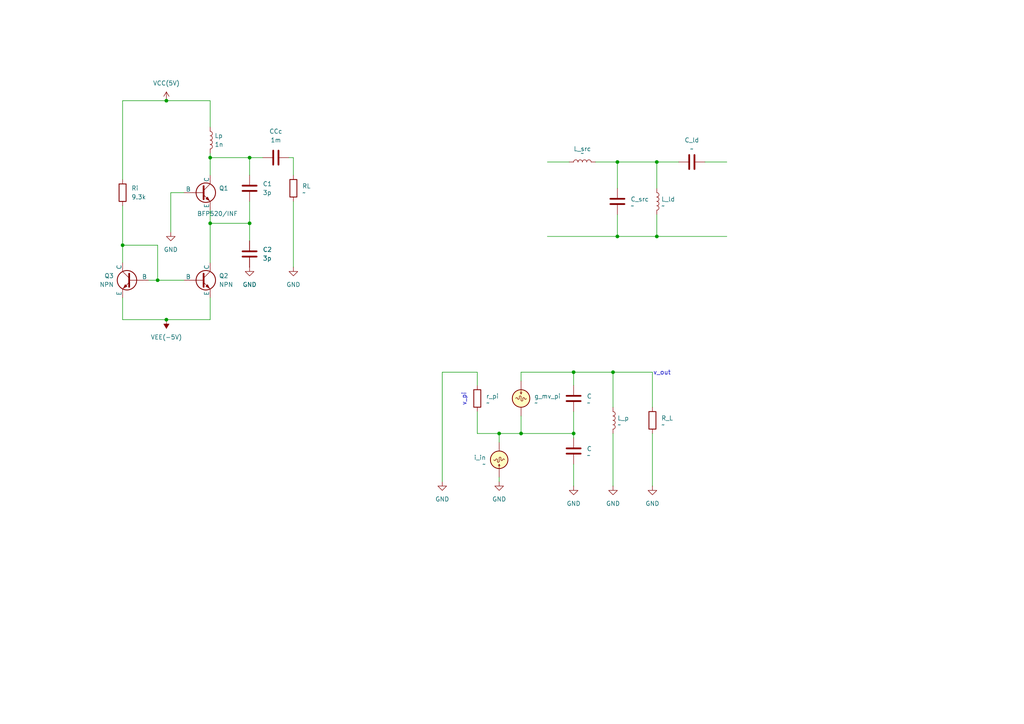
<source format=kicad_sch>
(kicad_sch (version 20231120) (generator "eeschema") (generator_version "8.0")
  (paper "A4")
  (lib_symbols
    (symbol "Device:C" (pin_numbers hide) (pin_names (offset 0.254))
      (property "Reference" "C" (at 0.635 2.54 0))
      (property "Value" "C" (at 0.635 -2.54 0))
      (symbol "C_0_1"
        (polyline (pts (xy -2.032 -0.762) (xy 2.032 -0.762)) (stroke (width 0.508)))
        (polyline (pts (xy -2.032 0.762) (xy 2.032 0.762)) (stroke (width 0.508)))
      )
      (symbol "C_1_1"
        (pin passive line (at 0 3.81 270) (length 2.794) (name "~") (number "1"))
        (pin passive line (at 0 -3.81 90) (length 2.794) (name "~") (number "2"))
      )
    )
    (symbol "Device:L" (pin_numbers hide) (pin_names (offset 1.016) hide)
      (property "Reference" "L" (at -1.27 0 90))
      (property "Value" "L" (at 1.905 0 90))
      (symbol "L_0_1"
        (arc (start 0 -2.54) (mid 0.6323 -1.905) (end 0 -1.27))
        (arc (start 0 -1.27) (mid 0.6323 -0.635) (end 0 0))
        (arc (start 0 0) (mid 0.6323 0.635) (end 0 1.27))
        (arc (start 0 1.27) (mid 0.6323 1.905) (end 0 2.54))
      )
      (symbol "L_1_1"
        (pin passive line (at 0 3.81 270) (length 1.27) (name "1") (number "1"))
        (pin passive line (at 0 -3.81 90) (length 1.27) (name "2") (number "2"))
      )
    )
    (symbol "Device:R" (pin_numbers hide) (pin_names (offset 0))
      (property "Reference" "R" (at 2.032 0 90))
      (property "Value" "R" (at 0 0 90))
      (symbol "R_0_1"
        (rectangle (start -1.016 -2.54) (end 1.016 2.54) (stroke (width 0.254)))
      )
      (symbol "R_1_1"
        (pin passive line (at 0 3.81 270) (length 1.27) (name "~") (number "1"))
        (pin passive line (at 0 -3.81 90) (length 1.27) (name "~") (number "2"))
      )
    )
    (symbol "Simulation_SPICE:IAM" (pin_numbers hide) (pin_names (offset 0.0254))
      (property "Reference" "I" (at 2.54 2.54 0))
      (property "Value" "IAM" (at 2.54 0 0))
      (property "Sim.Params" "type=\"I\" model=\"am(1 0 1k 100k 1n)\" lib=\"\"" (at 2.54 -2.54 0))
      (symbol "IAM_0_0"
        (arc (start 0 0.508) (mid -0.254 0.7609) (end -0.508 0.508))
      )
      (symbol "IAM_0_1"
        (arc (start -1.016 0) (mid -1.27 0.2529) (end -1.524 0))
        (arc (start -1.016 0) (mid -0.762 -0.2529) (end -0.508 0))
        (arc (start 0 -0.508) (mid 0.254 -0.7609) (end 0.508 -0.508))
        (polyline (pts (xy -0.508 0.508) (xy -0.508 0)))
        (polyline (pts (xy 0 0.508) (xy 0 -0.508)))
        (polyline (pts (xy 0 1.27) (xy 0 2.286)))
        (polyline (pts (xy 0.508 -0.508) (xy 0.508 0)))
        (polyline (pts (xy -0.254 1.778) (xy 0 1.27) (xy 0.254 1.778)))
        (circle (center 0 0) (radius 2.54) (stroke (width 0.254)) (fill (type background)))
        (arc (start 1.016 0) (mid 0.762 0.2529) (end 0.508 0))
        (arc (start 1.016 0) (mid 1.27 -0.2529) (end 1.524 0))
      )
      (symbol "IAM_1_1"
        (pin passive line (at 0 5.08 270) (length 2.54) (name "~") (number "1"))
        (pin passive line (at 0 -5.08 90) (length 2.54) (name "~") (number "2"))
      )
    )
    (symbol "Simulation_SPICE:NPN" (pin_numbers hide) (pin_names (offset 0))
      (property "Reference" "Q" (at -2.54 7.62 0))
      (property "Value" "NPN" (at -2.54 5.08 0))
      (symbol "NPN_0_1"
        (polyline (pts (xy -2.54 0) (xy 0.635 0)) (stroke (width 0.1524)))
        (polyline (pts (xy 0.635 0.635) (xy 2.54 2.54)))
        (polyline (pts (xy 2.794 -1.27) (xy 2.794 -1.27)) (stroke (width 0.1524)))
        (polyline (pts (xy 2.794 -1.27) (xy 2.794 -1.27)) (stroke (width 0.1524)))
        (polyline (pts (xy 0.635 -0.635) (xy 2.54 -2.54) (xy 2.54 -2.54)))
        (polyline (pts (xy 0.635 1.905) (xy 0.635 -1.905) (xy 0.635 -1.905)) (stroke (width 0.508)))
        (polyline (pts (xy 1.27 -1.778) (xy 1.778 -1.27) (xy 2.286 -2.286) (xy 1.27 -1.778) (xy 1.27 -1.778)) (fill (type outline)))
        (circle (center 1.27 0) (radius 2.8194) (stroke (width 0.254)))
      )
      (symbol "NPN_1_1"
        (pin open_collector line (at 2.54 5.08 270) (length 2.54) (name "C") (number "1"))
        (pin input line (at -5.08 0 0) (length 2.54) (name "B") (number "2"))
        (pin open_emitter line (at 2.54 -5.08 90) (length 2.54) (name "E") (number "3"))
      )
    )
    (symbol "power:GND" (power) (pin_numbers hide) (pin_names (offset 0) hide)
      (property "Value" "GND" (at 0 -3.81 0))
      (symbol "GND_0_1"
        (polyline (pts (xy 0 0) (xy 0 -1.27) (xy 1.27 -1.27) (xy 0 -2.54) (xy -1.27 -1.27) (xy 0 -1.27)))
      )
      (symbol "GND_1_1"
        (pin power_in line (at 0 0 270) (length 0) (name "~") (number "1"))
      )
    )
    (symbol "power:VCC" (power) (pin_numbers hide) (pin_names (offset 0) hide)
      (property "Value" "VCC" (at 0 3.556 0))
      (symbol "VCC_0_1"
        (polyline (pts (xy -0.762 1.27) (xy 0 2.54)))
        (polyline (pts (xy 0 0) (xy 0 2.54)))
        (polyline (pts (xy 0 2.54) (xy 0.762 1.27)))
      )
      (symbol "VCC_1_1"
        (pin power_in line (at 0 0 90) (length 0) (name "~") (number "1"))
      )
    )
    (symbol "power:VEE" (power) (pin_numbers hide) (pin_names (offset 0) hide)
      (property "Value" "VEE" (at 0 3.556 0))
      (symbol "VEE_0_1"
        (polyline (pts (xy 0 0) (xy 0 2.54)))
        (polyline (pts (xy 0.762 1.27) (xy -0.762 1.27) (xy 0 2.54) (xy 0.762 1.27)) (fill (type outline)))
      )
      (symbol "VEE_1_1"
        (pin power_in line (at 0 0 90) (length 0) (name "~") (number "1"))
      )
    )
  )
  (junction (at 144.78 125.73))
  (junction (at 190.5 68.58))
  (junction (at 179.07 68.58))
  (junction (at 60.96 64.77))
  (junction (at 166.37 125.73))
  (junction (at 151.13 125.73))
  (junction (at 72.39 45.72))
  (junction (at 177.8 107.95))
  (junction (at 48.26 29.21))
  (junction (at 179.07 46.99))
  (junction (at 35.56 71.12))
  (junction (at 45.72 81.28))
  (junction (at 72.39 64.77))
  (junction (at 190.5 46.99))
  (junction (at 166.37 107.95))
  (junction (at 48.26 92.71))
  (junction (at 60.96 45.72))
  (wire (pts (xy 72.39 58.42) (xy 72.39 64.77)))
  (wire (pts (xy 48.26 92.71) (xy 60.96 92.71)))
  (wire (pts (xy 45.72 71.12) (xy 45.72 81.28)))
  (wire (pts (xy 60.96 44.45) (xy 60.96 45.72)))
  (wire (pts (xy 60.96 45.72) (xy 72.39 45.72)))
  (wire (pts (xy 85.09 58.42) (xy 85.09 77.47)))
  (wire (pts (xy 53.34 55.88) (xy 49.53 55.88)))
  (wire (pts (xy 144.78 125.73) (xy 151.13 125.73)))
  (wire (pts (xy 60.96 86.36) (xy 60.96 92.71)))
  (wire (pts (xy 35.56 52.07) (xy 35.56 29.21)))
  (wire (pts (xy 35.56 92.71) (xy 48.26 92.71)))
  (wire (pts (xy 45.72 81.28) (xy 53.34 81.28)))
  (wire (pts (xy 35.56 86.36) (xy 35.56 92.71)))
  (wire (pts (xy 190.5 46.99) (xy 196.85 46.99)))
  (wire (pts (xy 177.8 107.95) (xy 189.23 107.95)))
  (wire (pts (xy 49.53 55.88) (xy 49.53 67.31)))
  (wire (pts (xy 85.09 45.72) (xy 85.09 50.8)))
  (wire (pts (xy 151.13 107.95) (xy 166.37 107.95)))
  (wire (pts (xy 60.96 29.21) (xy 60.96 36.83)))
  (wire (pts (xy 144.78 139.7) (xy 144.78 138.43)))
  (wire (pts (xy 60.96 45.72) (xy 60.96 50.8)))
  (wire (pts (xy 166.37 107.95) (xy 166.37 111.76)))
  (wire (pts (xy 166.37 134.62) (xy 166.37 140.97)))
  (wire (pts (xy 138.43 125.73) (xy 144.78 125.73)))
  (wire (pts (xy 60.96 64.77) (xy 60.96 76.2)))
  (wire (pts (xy 190.5 46.99) (xy 190.5 54.61)))
  (wire (pts (xy 179.07 68.58) (xy 190.5 68.58)))
  (wire (pts (xy 151.13 125.73) (xy 166.37 125.73)))
  (wire (pts (xy 166.37 119.38) (xy 166.37 125.73)))
  (wire (pts (xy 151.13 120.65) (xy 151.13 125.73)))
  (wire (pts (xy 35.56 59.69) (xy 35.56 71.12)))
  (wire (pts (xy 72.39 45.72) (xy 76.2 45.72)))
  (wire (pts (xy 179.07 46.99) (xy 179.07 54.61)))
  (wire (pts (xy 172.72 46.99) (xy 179.07 46.99)))
  (wire (pts (xy 60.96 64.77) (xy 72.39 64.77)))
  (wire (pts (xy 72.39 45.72) (xy 72.39 50.8)))
  (wire (pts (xy 151.13 110.49) (xy 151.13 107.95)))
  (wire (pts (xy 179.07 62.23) (xy 179.07 68.58)))
  (wire (pts (xy 204.47 46.99) (xy 210.82 46.99)))
  (wire (pts (xy 177.8 107.95) (xy 177.8 118.11)))
  (wire (pts (xy 138.43 111.76) (xy 138.43 107.95)))
  (wire (pts (xy 190.5 68.58) (xy 210.82 68.58)))
  (wire (pts (xy 158.75 68.58) (xy 179.07 68.58)))
  (wire (pts (xy 43.18 81.28) (xy 45.72 81.28)))
  (wire (pts (xy 158.75 46.99) (xy 165.1 46.99)))
  (wire (pts (xy 189.23 107.95) (xy 189.23 118.11)))
  (wire (pts (xy 177.8 125.73) (xy 177.8 140.97)))
  (wire (pts (xy 138.43 107.95) (xy 128.27 107.95)))
  (wire (pts (xy 189.23 125.73) (xy 189.23 140.97)))
  (wire (pts (xy 35.56 71.12) (xy 45.72 71.12)))
  (wire (pts (xy 35.56 71.12) (xy 35.56 76.2)))
  (wire (pts (xy 179.07 46.99) (xy 190.5 46.99)))
  (wire (pts (xy 128.27 107.95) (xy 128.27 139.7)))
  (wire (pts (xy 72.39 64.77) (xy 72.39 69.85)))
  (wire (pts (xy 83.82 45.72) (xy 85.09 45.72)))
  (wire (pts (xy 166.37 125.73) (xy 166.37 127)))
  (wire (pts (xy 166.37 107.95) (xy 177.8 107.95)))
  (wire (pts (xy 60.96 60.96) (xy 60.96 64.77)))
  (wire (pts (xy 48.26 29.21) (xy 60.96 29.21)))
  (wire (pts (xy 138.43 119.38) (xy 138.43 125.73)))
  (wire (pts (xy 144.78 125.73) (xy 144.78 128.27)))
  (wire (pts (xy 190.5 62.23) (xy 190.5 68.58)))
  (wire (pts (xy 35.56 29.21) (xy 48.26 29.21)))
  (text "v_out" (at 192.024 108.204 0) (effects (font (size 1.27 1.27))))
  (text "v_pi" (at 134.62 115.824 90) (effects (font (size 1.27 1.27))))
  (symbol (lib_id "Device:R") (at 35.56 55.88 0) (unit 1)
    (property "Reference" "Ri" (at 38.1 54.6099 0) (effects (justify left)))
    (property "Value" "9.3k" (at 38.1 57.1499 0) (effects (justify left)))
    (property "Description" "Resistor" (effects (hide yes)))
  )
  (symbol (lib_id "power:GND") (at 189.23 140.97 0) (unit 1)
    (property "Reference" "#PWR010" (effects (hide yes)))
    (property "Value" "GND" (at 189.23 146.05 0))
    (property "Description" "Power symbol creates a global label with name \"GND\" , ground" (effects (hide yes)))
  )
  (symbol (lib_id "Device:C") (at 166.37 130.81 0) (unit 1)
    (property "Reference" "C" (at 170.18 130.1749 0) (effects (justify left)))
    (property "Value" "~" (at 170.18 132.08 0) (effects (justify left)))
    (property "Description" "Unpolarized capacitor" (effects (hide yes)))
  )
  (symbol (lib_id "Device:R") (at 189.23 121.92 0) (unit 1)
    (property "Reference" "R_L" (at 191.77 121.2849 0) (effects (justify left)))
    (property "Value" "~" (at 191.77 123.19 0) (effects (justify left)))
    (property "Description" "Resistor" (effects (hide yes)))
  )
  (symbol (lib_id "Simulation_SPICE:NPN") (at 58.42 55.88 0) (unit 1)
    (property "Reference" "Q1" (at 63.5 54.6099 0) (effects (justify left)))
    (property "Value" "BFP520/INF" (at 57.15 61.976 0) (effects (justify left)))
    (property "Datasheet" "https://ngspice.sourceforge.io/docs/ngspice-html-manual/manual.xhtml#cha_BJTs" (effects (hide yes)))
    (property "Description" "Bipolar transistor symbol for simulation only, substrate tied to the emitter" (effects (hide yes)))
    (property "Sim.Device" "NPN" (effects (hide yes)))
    (property "Sim.Type" "GUMMELPOON" (effects (hide yes)))
    (property "Sim.Pins" "1=C 2=B 3=E" (effects (hide yes)))
  )
  (symbol (lib_id "power:GND") (at 177.8 140.97 0) (unit 1)
    (property "Reference" "#PWR09" (effects (hide yes)))
    (property "Value" "GND" (at 177.8 146.05 0))
    (property "Description" "Power symbol creates a global label with name \"GND\" , ground" (effects (hide yes)))
  )
  (symbol (lib_id "Device:L") (at 190.5 58.42 0) (unit 1)
    (property "Reference" "L_ld" (at 191.77 57.7849 0) (effects (justify left)))
    (property "Value" "~" (at 191.77 59.69 0) (effects (justify left)))
    (property "Description" "Inductor" (effects (hide yes)))
  )
  (symbol (lib_id "Simulation_SPICE:IAM") (at 144.78 133.35 0) (mirror x) (unit 1)
    (property "Reference" "i_in" (at 140.97 132.7149 0) (effects (justify right)))
    (property "Value" "~" (at 140.97 134.62 0) (effects (justify right)))
    (property "Datasheet" "https://ngspice.sourceforge.io/docs/ngspice-html-manual/manual.xhtml#sec_Independent_Sources_for" (effects (hide yes)))
    (property "Description" "Current source, AM" (effects (hide yes)))
    (property "Sim.Pins" "1=1 2=2" (effects (hide yes)))
    (property "Sim.Device" "SPICE" (effects (hide yes)))
  )
  (symbol (lib_id "Device:L") (at 177.8 121.92 0) (unit 1)
    (property "Reference" "L_p" (at 179.07 121.2849 0) (effects (justify left)))
    (property "Value" "~" (at 179.07 123.19 0) (effects (justify left)))
    (property "Description" "Inductor" (effects (hide yes)))
  )
  (symbol (lib_id "Device:C") (at 179.07 58.42 0) (unit 1)
    (property "Reference" "C_src" (at 182.88 57.7849 0) (effects (justify left)))
    (property "Value" "~" (at 182.88 59.69 0) (effects (justify left)))
    (property "Description" "Unpolarized capacitor" (effects (hide yes)))
  )
  (symbol (lib_id "Device:C") (at 166.37 115.57 0) (unit 1)
    (property "Reference" "C" (at 170.18 114.9349 0) (effects (justify left)))
    (property "Value" "~" (at 170.18 116.84 0) (effects (justify left)))
    (property "Description" "Unpolarized capacitor" (effects (hide yes)))
  )
  (symbol (lib_id "Simulation_SPICE:IAM") (at 151.13 115.57 0) (unit 1)
    (property "Reference" "g_mv_pi" (at 154.94 114.9349 0) (effects (justify left)))
    (property "Value" "~" (at 154.94 116.84 0) (effects (justify left)))
    (property "Datasheet" "https://ngspice.sourceforge.io/docs/ngspice-html-manual/manual.xhtml#sec_Independent_Sources_for" (effects (hide yes)))
    (property "Description" "Current source, AM" (effects (hide yes)))
    (property "Sim.Pins" "1=1 2=2" (effects (hide yes)))
    (property "Sim.Device" "SPICE" (effects (hide yes)))
  )
  (symbol (lib_id "power:GND") (at 144.78 139.7 0) (unit 1)
    (property "Reference" "#PWR06" (effects (hide yes)))
    (property "Value" "GND" (at 144.78 144.78 0))
    (property "Description" "Power symbol creates a global label with name \"GND\" , ground" (effects (hide yes)))
  )
  (symbol (lib_id "Device:C") (at 200.66 46.99 90) (unit 1)
    (property "Reference" "C_ld" (at 200.66 40.64 90))
    (property "Value" "~" (at 200.66 43.18 90))
    (property "Description" "Unpolarized capacitor" (effects (hide yes)))
  )
  (symbol (lib_id "Device:C") (at 72.39 73.66 0) (unit 1)
    (property "Reference" "C2" (at 76.2 72.3899 0) (effects (justify left)))
    (property "Value" "3p" (at 76.2 74.9299 0) (effects (justify left)))
    (property "Description" "Unpolarized capacitor" (effects (hide yes)))
  )
  (symbol (lib_id "power:GND") (at 72.39 77.47 0) (unit 1)
    (property "Reference" "#PWR02" (effects (hide yes)))
    (property "Value" "GND" (at 72.39 82.55 0))
    (property "Description" "Power symbol creates a global label with name \"GND\" , ground" (effects (hide yes)))
  )
  (symbol (lib_id "Simulation_SPICE:NPN") (at 58.42 81.28 0) (unit 1)
    (property "Reference" "Q2" (at 63.5 80.0099 0) (effects (justify left)))
    (property "Value" "NPN" (at 63.5 82.5499 0) (effects (justify left)))
    (property "Datasheet" "https://ngspice.sourceforge.io/docs/ngspice-html-manual/manual.xhtml#cha_BJTs" (effects (hide yes)))
    (property "Description" "Bipolar transistor symbol for simulation only, substrate tied to the emitter" (effects (hide yes)))
    (property "Sim.Device" "NPN" (effects (hide yes)))
    (property "Sim.Type" "GUMMELPOON" (effects (hide yes)))
    (property "Sim.Pins" "1=C 2=B 3=E" (effects (hide yes)))
  )
  (symbol (lib_id "Device:L") (at 168.91 46.99 90) (unit 1)
    (property "Reference" "L_src" (at 168.91 43.18 90))
    (property "Value" "~" (at 168.91 44.45 90))
    (property "Description" "Inductor" (effects (hide yes)))
  )
  (symbol (lib_id "Simulation_SPICE:NPN") (at 38.1 81.28 0) (mirror y) (unit 1)
    (property "Reference" "Q3" (at 33.02 80.0099 0) (effects (justify left)))
    (property "Value" "NPN" (at 33.02 82.5499 0) (effects (justify left)))
    (property "Datasheet" "https://ngspice.sourceforge.io/docs/ngspice-html-manual/manual.xhtml#cha_BJTs" (effects (hide yes)))
    (property "Description" "Bipolar transistor symbol for simulation only, substrate tied to the emitter" (effects (hide yes)))
    (property "Sim.Device" "NPN" (effects (hide yes)))
    (property "Sim.Type" "GUMMELPOON" (effects (hide yes)))
    (property "Sim.Pins" "1=C 2=B 3=E" (effects (hide yes)))
  )
  (symbol (lib_id "Device:R") (at 85.09 54.61 180) (unit 1)
    (property "Reference" "RL" (at 87.63 53.9749 0) (effects (justify right)))
    (property "Value" "~" (at 87.63 55.88 0) (effects (justify right)))
    (property "Description" "Resistor" (effects (hide yes)))
  )
  (symbol (lib_id "power:VEE") (at 48.26 92.71 0) (mirror x) (unit 1)
    (property "Reference" "#PWR05" (effects (hide yes)))
    (property "Value" "VEE(-5V)" (at 48.26 97.79 0))
    (property "Description" "Power symbol creates a global label with name \"VEE\"" (effects (hide yes)))
  )
  (symbol (lib_id "Device:C") (at 72.39 54.61 0) (unit 1)
    (property "Reference" "C1" (at 76.2 53.3399 0) (effects (justify left)))
    (property "Value" "3p" (at 76.2 55.8799 0) (effects (justify left)))
    (property "Description" "Unpolarized capacitor" (effects (hide yes)))
  )
  (symbol (lib_id "power:GND") (at 49.53 67.31 0) (unit 1)
    (property "Reference" "#PWR01" (effects (hide yes)))
    (property "Value" "GND" (at 49.53 72.39 0))
    (property "Description" "Power symbol creates a global label with name \"GND\" , ground" (effects (hide yes)))
  )
  (symbol (lib_id "power:VCC") (at 48.26 29.21 0) (unit 1)
    (property "Reference" "#PWR04" (effects (hide yes)))
    (property "Value" "VCC(5V)" (at 48.26 24.13 0))
    (property "Description" "Power symbol creates a global label with name \"VCC\"" (effects (hide yes)))
  )
  (symbol (lib_id "power:GND") (at 128.27 139.7 0) (unit 1)
    (property "Reference" "#PWR07" (effects (hide yes)))
    (property "Value" "GND" (at 128.27 144.78 0))
    (property "Description" "Power symbol creates a global label with name \"GND\" , ground" (effects (hide yes)))
  )
  (symbol (lib_id "power:GND") (at 166.37 140.97 0) (unit 1)
    (property "Reference" "#PWR08" (effects (hide yes)))
    (property "Value" "GND" (at 166.37 146.05 0))
    (property "Description" "Power symbol creates a global label with name \"GND\" , ground" (effects (hide yes)))
  )
  (symbol (lib_id "Device:L") (at 60.96 40.64 0) (unit 1)
    (property "Reference" "Lp" (at 62.23 39.3699 0) (effects (justify left)))
    (property "Value" "1n" (at 62.23 41.9099 0) (effects (justify left)))
    (property "Description" "Inductor" (effects (hide yes)))
  )
  (symbol (lib_id "Device:R") (at 138.43 115.57 0) (unit 1)
    (property "Reference" "r_pi" (at 140.97 114.9349 0) (effects (justify left)))
    (property "Value" "~" (at 140.97 116.84 0) (effects (justify left)))
    (property "Description" "Resistor" (effects (hide yes)))
  )
  (symbol (lib_id "Device:C") (at 80.01 45.72 90) (unit 1)
    (property "Reference" "CCc" (at 80.01 38.1 90))
    (property "Value" "1m" (at 80.01 40.64 90))
    (property "Description" "Unpolarized capacitor" (effects (hide yes)))
  )
  (symbol (lib_id "power:GND") (at 85.09 77.47 0) (unit 1)
    (property "Reference" "#PWR03" (effects (hide yes)))
    (property "Value" "GND" (at 85.09 82.55 0))
    (property "Description" "Power symbol creates a global label with name \"GND\" , ground" (effects (hide yes)))
  )
)
</source>
